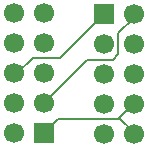
<source format=gbl>
G04 DipTrace 3.0.0.0*
G04 Bottom.gbl*
%MOIN*%
G04 #@! TF.FileFunction,Copper,L2,Bot*
G04 #@! TF.Part,Single*
G04 #@! TA.AperFunction,Conductor*
%ADD13C,0.007874*%
G04 #@! TA.AperFunction,ComponentPad*
%ADD14R,0.066929X0.066929*%
%ADD15C,0.066929*%
%FSLAX26Y26*%
G04*
G70*
G90*
G75*
G01*
G04 Bottom*
%LPD*%
X552283Y450709D2*
D13*
X599921Y498346D1*
X800315D1*
X804365Y502396D1*
X849134Y547165D1*
X853071D1*
X804365Y502396D2*
X853071Y453692D1*
Y447165D1*
X552283Y550709D2*
X697953Y696378D1*
X784567D1*
X801890Y713701D1*
Y784173D1*
X853071Y835354D1*
Y847165D1*
X753071D2*
X608583Y702677D1*
X517244D1*
X465276Y650709D1*
X452283D1*
D14*
X552283Y450709D3*
D15*
X452283D3*
X552283Y550709D3*
X452283D3*
X552283Y650709D3*
X452283D3*
X552283Y750709D3*
X452283D3*
X552283Y850709D3*
X452283D3*
D14*
X753071Y847165D3*
D15*
X853071D3*
X753071Y747165D3*
X853071D3*
X753071Y647165D3*
X853071D3*
X753071Y547165D3*
X853071D3*
X753071Y447165D3*
X853071D3*
M02*

</source>
